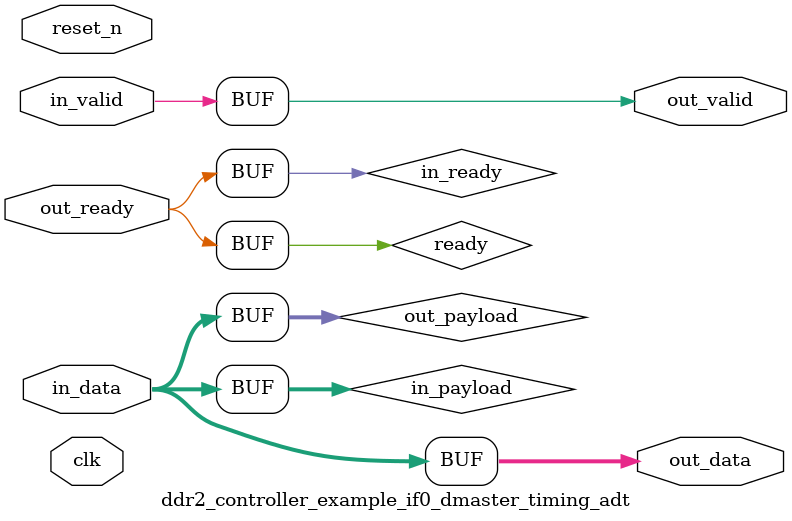
<source format=v>

`timescale 1ns / 100ps
module ddr2_controller_example_if0_dmaster_timing_adt (
    
      // Interface: clk
      input              clk,
      // Interface: reset
      input              reset_n,
      // Interface: in
      input              in_valid,
      input      [ 7: 0] in_data,
      // Interface: out
      output reg         out_valid,
      output reg [ 7: 0] out_data,
      input              out_ready
);




   // ---------------------------------------------------------------------
   //| Signal Declarations
   // ---------------------------------------------------------------------

   reg  [ 7: 0] in_payload;
   reg  [ 7: 0] out_payload;
   reg  [ 0: 0] ready;
   reg          in_ready;
   // synthesis translate_off
   always @(negedge in_ready) begin
      $display("%m: The downstream component is backpressuring by deasserting ready, but the upstream component can't be backpressured.");
   end
   // synthesis translate_on   


   // ---------------------------------------------------------------------
   //| Payload Mapping
   // ---------------------------------------------------------------------
   always @* begin
     in_payload = {in_data};
     {out_data} = out_payload;
   end

   // ---------------------------------------------------------------------
   //| Ready & valid signals.
   // ---------------------------------------------------------------------
   always @* begin
     ready[0] = out_ready;
     out_valid = in_valid;
     out_payload = in_payload;
     in_ready = ready[0];
   end




endmodule


</source>
